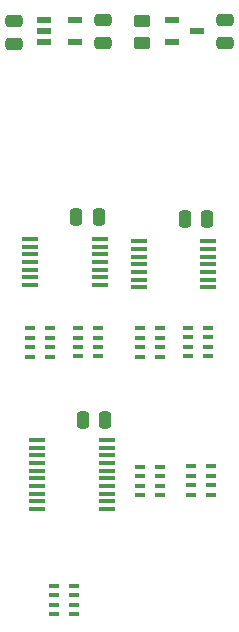
<source format=gtp>
%TF.GenerationSoftware,KiCad,Pcbnew,7.0.5*%
%TF.CreationDate,2024-02-19T09:51:17+02:00*%
%TF.ProjectId,Dual MPU Clock Generator,4475616c-204d-4505-9520-436c6f636b20,rev?*%
%TF.SameCoordinates,PX54c81a0PY37b6b20*%
%TF.FileFunction,Paste,Top*%
%TF.FilePolarity,Positive*%
%FSLAX46Y46*%
G04 Gerber Fmt 4.6, Leading zero omitted, Abs format (unit mm)*
G04 Created by KiCad (PCBNEW 7.0.5) date 2024-02-19 09:51:17*
%MOMM*%
%LPD*%
G01*
G04 APERTURE LIST*
G04 Aperture macros list*
%AMRoundRect*
0 Rectangle with rounded corners*
0 $1 Rounding radius*
0 $2 $3 $4 $5 $6 $7 $8 $9 X,Y pos of 4 corners*
0 Add a 4 corners polygon primitive as box body*
4,1,4,$2,$3,$4,$5,$6,$7,$8,$9,$2,$3,0*
0 Add four circle primitives for the rounded corners*
1,1,$1+$1,$2,$3*
1,1,$1+$1,$4,$5*
1,1,$1+$1,$6,$7*
1,1,$1+$1,$8,$9*
0 Add four rect primitives between the rounded corners*
20,1,$1+$1,$2,$3,$4,$5,0*
20,1,$1+$1,$4,$5,$6,$7,0*
20,1,$1+$1,$6,$7,$8,$9,0*
20,1,$1+$1,$8,$9,$2,$3,0*%
G04 Aperture macros list end*
%ADD10RoundRect,0.250000X0.475000X-0.250000X0.475000X0.250000X-0.475000X0.250000X-0.475000X-0.250000X0*%
%ADD11R,0.900000X0.450000*%
%ADD12R,0.950000X0.450000*%
%ADD13R,1.150000X0.600000*%
%ADD14R,1.475000X0.450000*%
%ADD15RoundRect,0.250000X0.250000X0.475000X-0.250000X0.475000X-0.250000X-0.475000X0.250000X-0.475000X0*%
%ADD16RoundRect,0.250000X-0.450000X0.262500X-0.450000X-0.262500X0.450000X-0.262500X0.450000X0.262500X0*%
%ADD17R,1.250000X0.600000*%
G04 APERTURE END LIST*
D10*
%TO.C,C10*%
X2510000Y-614000D03*
X2510000Y1286000D03*
%TD*%
D11*
%TO.C,RN2*%
X5881000Y-46532800D03*
X5881000Y-47332800D03*
X5881000Y-48132800D03*
X5881000Y-48932800D03*
X7581000Y-48932800D03*
X7581000Y-48132800D03*
X7581000Y-47332800D03*
X7581000Y-46532800D03*
%TD*%
D12*
%TO.C,CN2*%
X7874000Y-24708000D03*
X7874000Y-25508000D03*
X7874000Y-26308000D03*
X7874000Y-27108000D03*
X9574000Y-27108000D03*
X9574000Y-26308000D03*
X9574000Y-25508000D03*
X9574000Y-24708000D03*
%TD*%
D13*
%TO.C,IC1*%
X5020000Y1397000D03*
X5020000Y447000D03*
X5020000Y-503000D03*
X7620000Y-503000D03*
X7620000Y1397000D03*
%TD*%
D12*
%TO.C,CN3*%
X17455000Y-36402994D03*
X17455000Y-37202994D03*
X17455000Y-38002994D03*
X17455000Y-38802994D03*
X19155000Y-38802994D03*
X19155000Y-38002994D03*
X19155000Y-37202994D03*
X19155000Y-36402994D03*
%TD*%
D11*
%TO.C,RN4*%
X14837000Y-27127400D03*
X14837000Y-26327400D03*
X14837000Y-25527400D03*
X14837000Y-24727400D03*
X13137000Y-24727400D03*
X13137000Y-25527400D03*
X13137000Y-26327400D03*
X13137000Y-27127400D03*
%TD*%
D14*
%TO.C,IC3*%
X13042000Y-17354000D03*
X13042000Y-18004000D03*
X13042000Y-18654000D03*
X13042000Y-19304000D03*
X13042000Y-19954000D03*
X13042000Y-20604000D03*
X13042000Y-21254000D03*
X18918000Y-21254000D03*
X18918000Y-20604000D03*
X18918000Y-19954000D03*
X18918000Y-19304000D03*
X18918000Y-18654000D03*
X18918000Y-18004000D03*
X18918000Y-17354000D03*
%TD*%
D15*
%TO.C,C6*%
X9658000Y-15291000D03*
X7758000Y-15291000D03*
%TD*%
D11*
%TO.C,RN1*%
X14820000Y-38841394D03*
X14820000Y-38041394D03*
X14820000Y-37241394D03*
X14820000Y-36441394D03*
X13120000Y-36441394D03*
X13120000Y-37241394D03*
X13120000Y-38041394D03*
X13120000Y-38841394D03*
%TD*%
%TO.C,RN3*%
X5510000Y-27127200D03*
X5510000Y-26327200D03*
X5510000Y-25527200D03*
X5510000Y-24727200D03*
X3810000Y-24727200D03*
X3810000Y-25527200D03*
X3810000Y-26327200D03*
X3810000Y-27127200D03*
%TD*%
D15*
%TO.C,C2*%
X18841000Y-15494000D03*
X16941000Y-15494000D03*
%TD*%
D16*
%TO.C,R2*%
X13345000Y1293500D03*
X13345000Y-531500D03*
%TD*%
D10*
%TO.C,C11*%
X10003000Y-548000D03*
X10003000Y1352000D03*
%TD*%
D14*
%TO.C,IC4*%
X4445000Y-34169994D03*
X4445000Y-34819994D03*
X4445000Y-35469994D03*
X4445000Y-36119994D03*
X4445000Y-36769994D03*
X4445000Y-37419994D03*
X4445000Y-38069994D03*
X4445000Y-38719994D03*
X4445000Y-39369994D03*
X4445000Y-40019994D03*
X10321000Y-40019994D03*
X10321000Y-39369994D03*
X10321000Y-38719994D03*
X10321000Y-38069994D03*
X10321000Y-37419994D03*
X10321000Y-36769994D03*
X10321000Y-36119994D03*
X10321000Y-35469994D03*
X10321000Y-34819994D03*
X10321000Y-34169994D03*
%TD*%
%TO.C,IC7*%
X3881000Y-17151000D03*
X3881000Y-17801000D03*
X3881000Y-18451000D03*
X3881000Y-19101000D03*
X3881000Y-19751000D03*
X3881000Y-20401000D03*
X3881000Y-21051000D03*
X9757000Y-21051000D03*
X9757000Y-20401000D03*
X9757000Y-19751000D03*
X9757000Y-19101000D03*
X9757000Y-18451000D03*
X9757000Y-17801000D03*
X9757000Y-17151000D03*
%TD*%
D10*
%TO.C,C8*%
X20320000Y1347000D03*
X20320000Y-553000D03*
%TD*%
D12*
%TO.C,CN1*%
X17201000Y-24688999D03*
X17201000Y-25488999D03*
X17201000Y-26288999D03*
X17201000Y-27088999D03*
X18901000Y-27088999D03*
X18901000Y-26288999D03*
X18901000Y-25488999D03*
X18901000Y-24688999D03*
%TD*%
D17*
%TO.C,IC8*%
X15875000Y1392000D03*
X15875000Y-508000D03*
X17975000Y442000D03*
%TD*%
D15*
%TO.C,C1*%
X10222000Y-32522994D03*
X8322000Y-32522994D03*
%TD*%
M02*

</source>
